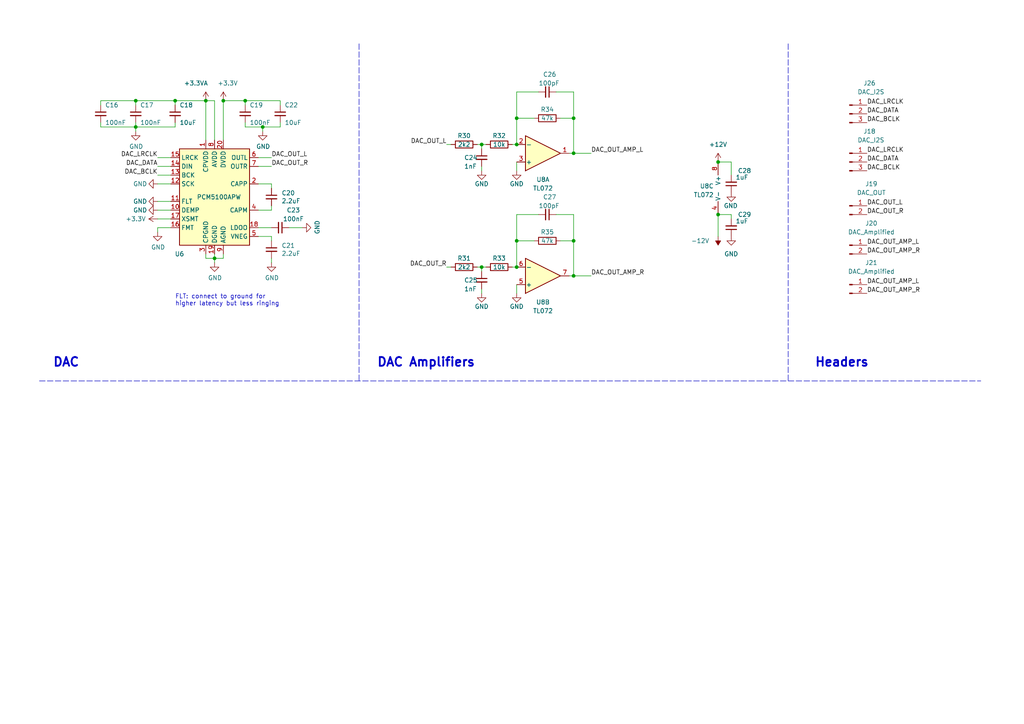
<source format=kicad_sch>
(kicad_sch (version 20230121) (generator eeschema)
  (paper "A4")
  (title_block (title "Eurorack Dev Board") (date "2023-03-28") (rev "2.0") (company "Mountjoy Modular"))
  (lib_symbols
    (symbol "Amplifier_Operational:TL072" (pin_names (offset 0.127))
      (property "Reference" "U" (at 0 5.08 0))
      (property "Value" "TL072" (at 0 -5.08 0))
      (symbol "TL072_1_1"
        (polyline (pts (xy -5.08 5.08) (xy 5.08 0) (xy -5.08 -5.08) (xy -5.08 5.08)) (stroke (width 0.254)) (fill (type background)))
        (pin output line (at 7.62 0 180) (length 2.54) (name "~") (number "1"))
        (pin input line (at -7.62 -2.54 0) (length 2.54) (name "-") (number "2"))
        (pin input line (at -7.62 2.54 0) (length 2.54) (name "+") (number "3"))
      )
      (symbol "TL072_2_1"
        (polyline (pts (xy -5.08 5.08) (xy 5.08 0) (xy -5.08 -5.08) (xy -5.08 5.08)) (stroke (width 0.254)) (fill (type background)))
        (pin input line (at -7.62 2.54 0) (length 2.54) (name "+") (number "5"))
        (pin input line (at -7.62 -2.54 0) (length 2.54) (name "-") (number "6"))
        (pin output line (at 7.62 0 180) (length 2.54) (name "~") (number "7"))
      )
      (symbol "TL072_3_1"
        (pin power_in line (at -2.54 -7.62 90) (length 3.81) (name "V-") (number "4"))
        (pin power_in line (at -2.54 7.62 270) (length 3.81) (name "V+") (number "8"))
      )
    )
    (symbol "Connector:Conn_01x02_Pin" (pin_names (offset 1.016) hide)
      (property "Reference" "J" (at 0 2.54 0))
      (property "Value" "Conn_01x02_Pin" (at 0 -5.08 0))
      (symbol "Conn_01x02_Pin_1_1"
        (polyline (pts (xy 1.27 -2.54) (xy 0.8636 -2.54)) (stroke (width 0.1524)))
        (polyline (pts (xy 1.27 0) (xy 0.8636 0)) (stroke (width 0.1524)))
        (rectangle (start 0.8636 -2.413) (end 0 -2.667) (stroke (width 0.1524)) (fill (type outline)))
        (rectangle (start 0.8636 0.127) (end 0 -0.127) (stroke (width 0.1524)) (fill (type outline)))
        (pin passive line (at 5.08 0 180) (length 3.81) (name "Pin_1") (number "1"))
        (pin passive line (at 5.08 -2.54 180) (length 3.81) (name "Pin_2") (number "2"))
      )
    )
    (symbol "Connector:Conn_01x03_Pin" (pin_names (offset 1.016) hide)
      (property "Reference" "J" (at 0 5.08 0))
      (property "Value" "Conn_01x03_Pin" (at 0 -5.08 0))
      (symbol "Conn_01x03_Pin_1_1"
        (polyline (pts (xy 1.27 -2.54) (xy 0.8636 -2.54)) (stroke (width 0.1524)))
        (polyline (pts (xy 1.27 0) (xy 0.8636 0)) (stroke (width 0.1524)))
        (polyline (pts (xy 1.27 2.54) (xy 0.8636 2.54)) (stroke (width 0.1524)))
        (rectangle (start 0.8636 -2.413) (end 0 -2.667) (stroke (width 0.1524)) (fill (type outline)))
        (rectangle (start 0.8636 0.127) (end 0 -0.127) (stroke (width 0.1524)) (fill (type outline)))
        (rectangle (start 0.8636 2.667) (end 0 2.413) (stroke (width 0.1524)) (fill (type outline)))
        (pin passive line (at 5.08 2.54 180) (length 3.81) (name "Pin_1") (number "1"))
        (pin passive line (at 5.08 0 180) (length 3.81) (name "Pin_2") (number "2"))
        (pin passive line (at 5.08 -2.54 180) (length 3.81) (name "Pin_3") (number "3"))
      )
    )
    (symbol "Device:C_Small" (pin_numbers hide) (pin_names (offset 0.254) hide)
      (property "Reference" "C" (at 0.254 1.778 0))
      (property "Value" "C_Small" (at 0.254 -2.032 0))
      (symbol "C_Small_0_1"
        (polyline (pts (xy -1.524 -0.508) (xy 1.524 -0.508)) (stroke (width 0.3302)))
        (polyline (pts (xy -1.524 0.508) (xy 1.524 0.508)) (stroke (width 0.3048)))
      )
      (symbol "C_Small_1_1"
        (pin passive line (at 0 2.54 270) (length 2.032) (name "~") (number "1"))
        (pin passive line (at 0 -2.54 90) (length 2.032) (name "~") (number "2"))
      )
    )
    (symbol "Device:R" (pin_numbers hide) (pin_names (offset 0))
      (property "Reference" "R" (at 2.032 0 90))
      (property "Value" "R" (at 0 0 90))
      (symbol "R_0_1"
        (rectangle (start -1.016 -2.54) (end 1.016 2.54) (stroke (width 0.254)))
      )
      (symbol "R_1_1"
        (pin passive line (at 0 3.81 270) (length 1.27) (name "~") (number "1"))
        (pin passive line (at 0 -3.81 90) (length 1.27) (name "~") (number "2"))
      )
    )
    (symbol "PCM5100APW:PCM5100APW"
      (property "Reference" "U" (at -10.16 13.97 0))
      (property "Value" "PCM5100APW" (at 3.81 13.97 0))
      (symbol "PCM5100APW_0_1"
        (rectangle (start -10.16 12.7) (end 10.16 -15.24) (stroke (width 0.254)) (fill (type background)))
      )
      (symbol "PCM5100APW_1_1"
        (pin passive line (at -2.54 15.24 270) (length 2.54) (name "CPVDD") (number "1"))
        (pin input line (at -12.7 -5.08 0) (length 2.54) (name "DEMP") (number "10"))
        (pin input line (at -12.7 -2.54 0) (length 2.54) (name "FLT") (number "11"))
        (pin input line (at -12.7 2.54 0) (length 2.54) (name "SCK") (number "12"))
        (pin input line (at -12.7 5.08 0) (length 2.54) (name "BCK") (number "13"))
        (pin input line (at -12.7 7.62 0) (length 2.54) (name "DIN") (number "14"))
        (pin input line (at -12.7 10.16 0) (length 2.54) (name "LRCK") (number "15"))
        (pin input line (at -12.7 -10.16 0) (length 2.54) (name "FMT") (number "16"))
        (pin input line (at -12.7 -7.62 0) (length 2.54) (name "XSMT") (number "17"))
        (pin passive line (at 12.7 -10.16 180) (length 2.54) (name "LDOO") (number "18"))
        (pin power_in line (at 0 -17.78 90) (length 2.54) (name "DGND") (number "19"))
        (pin passive line (at 12.7 2.54 180) (length 2.54) (name "CAPP") (number "2"))
        (pin power_in line (at 2.54 15.24 270) (length 2.54) (name "DVDD") (number "20"))
        (pin power_in line (at -2.54 -17.78 90) (length 2.54) (name "CPGND") (number "3"))
        (pin passive line (at 12.7 -5.08 180) (length 2.54) (name "CAPM") (number "4"))
        (pin passive line (at 12.7 -12.7 180) (length 2.54) (name "VNEG") (number "5"))
        (pin output line (at 12.7 10.16 180) (length 2.54) (name "OUTL") (number "6"))
        (pin output line (at 12.7 7.62 180) (length 2.54) (name "OUTR") (number "7"))
        (pin power_in line (at 0 15.24 270) (length 2.54) (name "AVDD") (number "8"))
        (pin power_in line (at 2.54 -17.78 90) (length 2.54) (name "AGND") (number "9"))
      )
    )
    (symbol "power:+12V" (power) (pin_names (offset 0))
      (property "Value" "+12V" (at 0 3.556 0))
      (symbol "+12V_0_1"
        (polyline (pts (xy -0.762 1.27) (xy 0 2.54)))
        (polyline (pts (xy 0 0) (xy 0 2.54)))
        (polyline (pts (xy 0 2.54) (xy 0.762 1.27)))
      )
      (symbol "+12V_1_1"
        (pin power_in line (at 0 0 90) (length 0) hide (name "+12V") (number "1"))
      )
    )
    (symbol "power:+3.3V" (power) (pin_names (offset 0))
      (property "Value" "+3.3V" (at 0 3.556 0))
      (symbol "+3.3V_0_1"
        (polyline (pts (xy -0.762 1.27) (xy 0 2.54)))
        (polyline (pts (xy 0 0) (xy 0 2.54)))
        (polyline (pts (xy 0 2.54) (xy 0.762 1.27)))
      )
      (symbol "+3.3V_1_1"
        (pin power_in line (at 0 0 90) (length 0) hide (name "+3.3V") (number "1"))
      )
    )
    (symbol "power:+3.3VA" (power) (pin_names (offset 0))
      (property "Value" "+3.3VA" (at 0 3.556 0))
      (symbol "+3.3VA_0_1"
        (polyline (pts (xy -0.762 1.27) (xy 0 2.54)))
        (polyline (pts (xy 0 0) (xy 0 2.54)))
        (polyline (pts (xy 0 2.54) (xy 0.762 1.27)))
      )
      (symbol "+3.3VA_1_1"
        (pin power_in line (at 0 0 90) (length 0) hide (name "+3.3VA") (number "1"))
      )
    )
    (symbol "power:-12V" (power) (pin_names (offset 0))
      (property "Value" "-12V" (at 0 3.81 0))
      (symbol "-12V_0_0"
        (pin power_in line (at 0 0 90) (length 0) hide (name "-12V") (number "1"))
      )
      (symbol "-12V_0_1"
        (polyline (pts (xy 0 0) (xy 0 1.27) (xy 0.762 1.27) (xy 0 2.54) (xy -0.762 1.27) (xy 0 1.27)) (fill (type outline)))
      )
    )
    (symbol "power:GND" (power) (pin_names (offset 0))
      (property "Value" "GND" (at 0 -3.81 0))
      (symbol "GND_0_1"
        (polyline (pts (xy 0 0) (xy 0 -1.27) (xy 1.27 -1.27) (xy 0 -2.54) (xy -1.27 -1.27) (xy 0 -1.27)))
      )
      (symbol "GND_1_1"
        (pin power_in line (at 0 0 270) (length 0) hide (name "GND") (number "1"))
      )
    )
  )
  (junction (at 39.37 29.21))
  (junction (at 50.8 29.21))
  (junction (at 166.37 44.45))
  (junction (at 166.37 80.01))
  (junction (at 76.2 36.83))
  (junction (at 149.86 69.85))
  (junction (at 208.28 46.99))
  (junction (at 62.23 74.93))
  (junction (at 149.86 41.91))
  (junction (at 71.12 29.21))
  (junction (at 139.7 77.47))
  (junction (at 149.86 77.47))
  (junction (at 59.69 29.21))
  (junction (at 139.7 41.91))
  (junction (at 166.37 34.29))
  (junction (at 39.37 36.83))
  (junction (at 149.86 34.29))
  (junction (at 208.28 62.23))
  (junction (at 166.37 69.85))
  (junction (at 64.77 29.21))
  (wire (pts (xy 59.69 74.93) (xy 62.23 74.93)))
  (wire (pts (xy 62.23 73.66) (xy 62.23 74.93)))
  (wire (pts (xy 161.29 26.67) (xy 166.37 26.67)))
  (wire (pts (xy 71.12 36.83) (xy 76.2 36.83)))
  (wire (pts (xy 149.86 46.99) (xy 149.86 49.53)))
  (wire (pts (xy 50.8 29.21) (xy 59.69 29.21)))
  (wire (pts (xy 64.77 29.21) (xy 64.77 40.64)))
  (wire (pts (xy 166.37 44.45) (xy 171.45 44.45)))
  (polyline (pts (xy 11.43 110.49) (xy 284.48 110.49)) (stroke (width 0) (type dash)))
  (wire (pts (xy 78.74 74.93) (xy 78.74 76.2)))
  (wire (pts (xy 166.37 69.85) (xy 162.56 69.85)))
  (wire (pts (xy 45.72 48.26) (xy 49.53 48.26)))
  (wire (pts (xy 149.86 82.55) (xy 149.86 85.09)))
  (wire (pts (xy 59.69 29.21) (xy 59.69 40.64)))
  (wire (pts (xy 139.7 77.47) (xy 140.97 77.47)))
  (wire (pts (xy 74.93 68.58) (xy 78.74 68.58)))
  (wire (pts (xy 78.74 53.34) (xy 78.74 54.61)))
  (wire (pts (xy 45.72 63.5) (xy 49.53 63.5)))
  (wire (pts (xy 139.7 41.91) (xy 140.97 41.91)))
  (polyline (pts (xy 228.6 12.7) (xy 228.6 110.49)) (stroke (width 0) (type dash)))
  (wire (pts (xy 139.7 83.82) (xy 139.7 85.09)))
  (wire (pts (xy 45.72 58.42) (xy 49.53 58.42)))
  (wire (pts (xy 59.69 73.66) (xy 59.69 74.93)))
  (wire (pts (xy 138.43 77.47) (xy 139.7 77.47)))
  (wire (pts (xy 45.72 53.34) (xy 49.53 53.34)))
  (wire (pts (xy 139.7 78.74) (xy 139.7 77.47)))
  (wire (pts (xy 64.77 73.66) (xy 64.77 74.93)))
  (wire (pts (xy 39.37 35.56) (xy 39.37 36.83)))
  (wire (pts (xy 71.12 30.48) (xy 71.12 29.21)))
  (wire (pts (xy 165.1 80.01) (xy 166.37 80.01)))
  (wire (pts (xy 208.28 46.99) (xy 212.09 46.99)))
  (wire (pts (xy 78.74 68.58) (xy 78.74 69.85)))
  (wire (pts (xy 71.12 29.21) (xy 81.28 29.21)))
  (wire (pts (xy 166.37 69.85) (xy 166.37 80.01)))
  (wire (pts (xy 39.37 30.48) (xy 39.37 29.21)))
  (wire (pts (xy 29.21 35.56) (xy 29.21 36.83)))
  (wire (pts (xy 166.37 34.29) (xy 166.37 44.45)))
  (wire (pts (xy 208.28 62.23) (xy 208.28 68.58)))
  (wire (pts (xy 149.86 69.85) (xy 149.86 77.47)))
  (wire (pts (xy 139.7 48.26) (xy 139.7 49.53)))
  (wire (pts (xy 74.93 60.96) (xy 78.74 60.96)))
  (wire (pts (xy 29.21 30.48) (xy 29.21 29.21)))
  (wire (pts (xy 39.37 36.83) (xy 50.8 36.83)))
  (wire (pts (xy 45.72 66.04) (xy 45.72 67.31)))
  (wire (pts (xy 139.7 43.18) (xy 139.7 41.91)))
  (wire (pts (xy 74.93 48.26) (xy 78.74 48.26)))
  (wire (pts (xy 29.21 29.21) (xy 39.37 29.21)))
  (wire (pts (xy 148.59 41.91) (xy 149.86 41.91)))
  (wire (pts (xy 149.86 26.67) (xy 149.86 34.29)))
  (wire (pts (xy 62.23 29.21) (xy 59.69 29.21)))
  (wire (pts (xy 154.94 69.85) (xy 149.86 69.85)))
  (wire (pts (xy 212.09 62.23) (xy 208.28 62.23)))
  (wire (pts (xy 50.8 35.56) (xy 50.8 36.83)))
  (wire (pts (xy 49.53 66.04) (xy 45.72 66.04)))
  (wire (pts (xy 166.37 26.67) (xy 166.37 34.29)))
  (wire (pts (xy 39.37 36.83) (xy 39.37 38.1)))
  (wire (pts (xy 154.94 34.29) (xy 149.86 34.29)))
  (wire (pts (xy 45.72 45.72) (xy 49.53 45.72)))
  (wire (pts (xy 156.21 26.67) (xy 149.86 26.67)))
  (wire (pts (xy 149.86 62.23) (xy 149.86 69.85)))
  (wire (pts (xy 64.77 74.93) (xy 62.23 74.93)))
  (wire (pts (xy 39.37 29.21) (xy 50.8 29.21)))
  (wire (pts (xy 74.93 66.04) (xy 78.74 66.04)))
  (wire (pts (xy 76.2 36.83) (xy 81.28 36.83)))
  (wire (pts (xy 83.82 66.04) (xy 87.63 66.04)))
  (wire (pts (xy 45.72 50.8) (xy 49.53 50.8)))
  (wire (pts (xy 74.93 53.34) (xy 78.74 53.34)))
  (wire (pts (xy 74.93 45.72) (xy 78.74 45.72)))
  (wire (pts (xy 78.74 59.69) (xy 78.74 60.96)))
  (wire (pts (xy 81.28 30.48) (xy 81.28 29.21)))
  (wire (pts (xy 62.23 29.21) (xy 62.23 40.64)))
  (wire (pts (xy 62.23 74.93) (xy 62.23 76.2)))
  (polyline (pts (xy 104.14 12.7) (xy 104.14 110.49)) (stroke (width 0) (type dash)))
  (wire (pts (xy 156.21 62.23) (xy 149.86 62.23)))
  (wire (pts (xy 64.77 29.21) (xy 71.12 29.21)))
  (wire (pts (xy 165.1 44.45) (xy 166.37 44.45)))
  (wire (pts (xy 76.2 38.1) (xy 76.2 36.83)))
  (wire (pts (xy 138.43 41.91) (xy 139.7 41.91)))
  (wire (pts (xy 129.54 77.47) (xy 130.81 77.47)))
  (wire (pts (xy 166.37 80.01) (xy 171.45 80.01)))
  (wire (pts (xy 212.09 62.23) (xy 212.09 63.5)))
  (wire (pts (xy 148.59 77.47) (xy 149.86 77.47)))
  (wire (pts (xy 71.12 35.56) (xy 71.12 36.83)))
  (wire (pts (xy 161.29 62.23) (xy 166.37 62.23)))
  (wire (pts (xy 50.8 30.48) (xy 50.8 29.21)))
  (wire (pts (xy 81.28 35.56) (xy 81.28 36.83)))
  (wire (pts (xy 45.72 60.96) (xy 49.53 60.96)))
  (wire (pts (xy 166.37 34.29) (xy 162.56 34.29)))
  (wire (pts (xy 212.09 46.99) (xy 212.09 50.8)))
  (wire (pts (xy 29.21 36.83) (xy 39.37 36.83)))
  (wire (pts (xy 166.37 62.23) (xy 166.37 69.85)))
  (wire (pts (xy 149.86 34.29) (xy 149.86 41.91)))
  (wire (pts (xy 129.54 41.91) (xy 130.81 41.91)))
  (text "Headers" (at 236.22 106.68 0) (effects (font (size 2.54 2.54) (thickness 0.508) bold) (justify left bottom)))
  (text "DAC Amplifiers" (at 109.22 106.68 0) (effects (font (size 2.54 2.54) (thickness 0.508) bold) (justify left bottom)))
  (text "DAC" (at 15.24 106.68 0) (effects (font (size 2.54 2.54) (thickness 0.508) bold) (justify left bottom)))
  (text "FLT: connect to ground for \nhigher latency but less ringing" (at 50.8 88.9 0) (effects (font (size 1.27 1.27)) (justify left bottom)))
  (label "DAC_LRCLK" (at 45.72 45.72 180))
  (label "DAC_BCLK" (at 251.46 49.53 0))
  (label "DAC_LRCLK" (at 251.46 30.48 0))
  (label "DAC_DATA" (at 251.46 33.02 0))
  (label "DAC_DATA" (at 45.72 48.26 180))
  (label "DAC_OUT_AMP_R" (at 251.46 73.66 0))
  (label "DAC_OUT_R" (at 251.46 62.23 0))
  (label "DAC_DATA" (at 251.46 46.99 0))
  (label "DAC_OUT_L" (at 129.54 41.91 180))
  (label "DAC_OUT_L" (at 251.46 59.69 0))
  (label "DAC_OUT_R" (at 78.74 48.26 0))
  (label "DAC_OUT_R" (at 129.54 77.47 180))
  (label "DAC_OUT_AMP_R" (at 251.46 85.09 0))
  (label "DAC_BCLK" (at 251.46 35.56 0))
  (label "DAC_OUT_AMP_L" (at 251.46 71.12 0))
  (label "DAC_BCLK" (at 45.72 50.8 180))
  (label "DAC_OUT_AMP_L" (at 251.46 82.55 0))
  (label "DAC_OUT_L" (at 78.74 45.72 0))
  (label "DAC_OUT_AMP_L" (at 171.45 44.45 0))
  (label "DAC_LRCLK" (at 251.46 44.45 0))
  (label "DAC_OUT_AMP_R" (at 171.45 80.01 0))
  (symbol (lib_id "Device:C_Small") (at 78.74 57.15 0) (unit 1)
    (property "Reference" "C20" (at 81.661 55.9816 0) (effects (justify left)))
    (property "Value" "2.2uF" (at 81.661 58.293 0) (effects (justify left)))
    (property "Footprint" "Capacitor_SMD:C_0805_2012Metric" (effects hide))
    (property "Part_Number" "C23630" (effects hide))
  )
  (symbol (lib_id "Device:C_Small") (at 29.21 33.02 0) (unit 1)
    (property "Reference" "C16" (at 30.48 30.48 0) (effects (justify left)))
    (property "Value" "100nF" (at 30.48 35.56 0) (effects (justify left)))
    (property "Footprint" "Capacitor_SMD:C_0805_2012Metric" (effects hide))
    (property "Part_Number" "C14663" (effects hide))
  )
  (symbol (lib_id "Connector:Conn_01x03_Pin") (at 246.38 33.02 0) (unit 1)
    (property "Reference" "J26" (at 254 24.13 0) (effects (justify right)))
    (property "Value" "DAC_I2S" (at 256.54 26.67 0) (effects (justify right)))
    (property "Footprint" "Connector_PinSocket_2.54mm:PinSocket_1x03_P2.54mm_Vertical" (effects hide))
  )
  (symbol (lib_id "Amplifier_Operational:TL072") (at 157.48 80.01 0) (mirror x) (unit 2)
    (property "Reference" "U8" (at 157.48 87.63 0))
    (property "Value" "TL072" (at 157.48 90.17 0))
    (property "Footprint" "Package_SO:SOIC-8_3.9x4.9mm_P1.27mm" (effects hide))
    (property "Datasheet" "http://www.ti.com/lit/ds/symlink/tl071.pdf" (effects hide))
    (property "Part_Number" "C6961" (effects hide))
    (property "Rotation" "180" (effects hide))
  )
  (symbol (lib_id "power:+3.3VA") (at 59.69 29.21 0) (unit 1)
    (property "Reference" "#PWR061" (effects hide))
    (property "Value" "+3.3VA" (at 53.34 24.13 0) (effects (justify left)))
  )
  (symbol (lib_id "Amplifier_Operational:TL072") (at 205.74 54.61 0) (mirror y) (unit 3)
    (property "Reference" "U8" (at 207.01 53.975 0) (effects (justify left)))
    (property "Value" "TL072" (at 207.01 56.515 0) (effects (justify left)))
    (property "Footprint" "Package_SO:SOIC-8_3.9x4.9mm_P1.27mm" (effects hide))
    (property "Datasheet" "http://www.ti.com/lit/ds/symlink/tl071.pdf" (effects hide))
    (property "Part_Number" "C6961" (effects hide))
    (property "Rotation" "180" (effects hide))
  )
  (symbol (lib_id "Device:C_Small") (at 50.8 33.02 0) (unit 1)
    (property "Reference" "C18" (at 52.07 30.48 0) (effects (justify left)))
    (property "Value" "10uF" (at 52.07 35.56 0) (effects (justify left)))
    (property "Footprint" "Capacitor_SMD:C_0805_2012Metric" (effects hide))
    (property "Part_Number" "C15850 " (effects hide))
  )
  (symbol (lib_id "power:-12V") (at 208.28 68.58 180) (unit 1)
    (property "Reference" "#PWR070" (effects hide))
    (property "Value" "-12V" (at 205.74 69.8499 0) (effects (justify left)))
  )
  (symbol (lib_id "Connector:Conn_01x02_Pin") (at 246.38 71.12 0) (unit 1)
    (property "Reference" "J20" (at 252.73 64.77 0))
    (property "Value" "DAC_Amplified" (at 252.73 67.31 0))
    (property "Footprint" "Connector_PinSocket_2.54mm:PinSocket_1x02_P2.54mm_Vertical" (effects hide))
  )
  (symbol (lib_id "PCM5100APW:PCM5100APW") (at 62.23 55.88 0) (unit 1)
    (property "Reference" "U6" (at 52.07 73.66 0))
    (property "Value" "PCM5100APW" (at 63.5 57.15 0))
    (property "Footprint" "Package_SO:TSSOP-20_4.4x6.5mm_P0.65mm" (effects hide))
    (property "Datasheet" "http://www.ti.com/lit/ds/symlink/pcm5100.pdf" (effects hide))
    (property "Part_Number" "C131154" (effects hide))
    (property "Rotation" "180" (effects hide))
  )
  (symbol (lib_id "Device:R") (at 158.75 34.29 270) (unit 1)
    (property "Reference" "R34" (at 158.75 31.75 90))
    (property "Value" "47k" (at 158.75 34.29 90))
    (property "Footprint" "Resistor_SMD:R_0805_2012Metric" (effects hide))
    (property "Part_Number" "C25819" (effects hide))
  )
  (symbol (lib_id "Device:C_Small") (at 212.09 53.34 180) (unit 1)
    (property "Reference" "C28" (at 213.995 49.53 0) (effects (justify right)))
    (property "Value" "1uF" (at 213.36 51.435 0) (effects (justify right)))
    (property "Footprint" "Capacitor_SMD:C_0805_2012Metric" (effects hide))
  )
  (symbol (lib_id "power:GND") (at 149.86 49.53 0) (unit 1)
    (property "Reference" "#PWR059" (effects hide))
    (property "Value" "GND" (at 149.86 53.34 0))
  )
  (symbol (lib_id "power:GND") (at 139.7 49.53 0) (unit 1)
    (property "Reference" "#PWR052" (effects hide))
    (property "Value" "GND" (at 139.7 53.34 0))
  )
  (symbol (lib_id "power:GND") (at 39.37 38.1 0) (unit 1)
    (property "Reference" "#PWR024" (effects hide))
    (property "Value" "GND" (at 39.497 42.4942 0))
  )
  (symbol (lib_id "power:+12V") (at 208.28 46.99 0) (unit 1)
    (property "Reference" "#PWR067" (effects hide))
    (property "Value" "+12V" (at 208.28 41.91 0))
  )
  (symbol (lib_id "power:+3.3V") (at 45.72 63.5 90) (unit 1)
    (property "Reference" "#PWR057" (effects hide))
    (property "Value" "+3.3V" (at 39.37 63.5 90))
  )
  (symbol (lib_id "Device:C_Small") (at 39.37 33.02 0) (unit 1)
    (property "Reference" "C17" (at 40.64 30.48 0) (effects (justify left)))
    (property "Value" "100nF" (at 40.64 35.56 0) (effects (justify left)))
    (property "Footprint" "Capacitor_SMD:C_0805_2012Metric" (effects hide))
    (property "Part_Number" "C14663" (effects hide))
  )
  (symbol (lib_id "power:GND") (at 76.2 38.1 0) (unit 1)
    (property "Reference" "#PWR064" (effects hide))
    (property "Value" "GND" (at 76.327 42.4942 0))
  )
  (symbol (lib_id "Connector:Conn_01x02_Pin") (at 246.38 82.55 0) (unit 1)
    (property "Reference" "J21" (at 252.73 76.2 0))
    (property "Value" "DAC_Amplified" (at 252.73 78.74 0))
    (property "Footprint" "Connector_PinHeader_2.54mm:PinHeader_1x02_P2.54mm_Vertical" (effects hide))
  )
  (symbol (lib_id "Device:C_Small") (at 78.74 72.39 0) (unit 1)
    (property "Reference" "C21" (at 81.661 71.2216 0) (effects (justify left)))
    (property "Value" "2.2uF" (at 81.661 73.533 0) (effects (justify left)))
    (property "Footprint" "Capacitor_SMD:C_0805_2012Metric" (effects hide))
    (property "Part_Number" "C23630" (effects hide))
  )
  (symbol (lib_id "power:GND") (at 149.86 85.09 0) (unit 1)
    (property "Reference" "#PWR060" (effects hide))
    (property "Value" "GND" (at 149.86 88.9 0))
  )
  (symbol (lib_id "Device:R") (at 144.78 41.91 270) (unit 1)
    (property "Reference" "R32" (at 144.78 39.37 90))
    (property "Value" "10k" (at 144.78 41.91 90))
    (property "Footprint" "Resistor_SMD:R_0805_2012Metric" (effects hide))
    (property "Part_Number" "C25804" (effects hide))
  )
  (symbol (lib_id "power:GND") (at 139.7 85.09 0) (unit 1)
    (property "Reference" "#PWR053" (effects hide))
    (property "Value" "GND" (at 139.7 88.9 0))
  )
  (symbol (lib_id "Device:C_Small") (at 158.75 26.67 270) (unit 1)
    (property "Reference" "C26" (at 157.48 21.59 90) (effects (justify left)))
    (property "Value" "100pF" (at 156.21 24.13 90) (effects (justify left)))
    (property "Footprint" "Capacitor_SMD:C_0805_2012Metric" (effects hide))
    (property "Part_Number" "C14858" (effects hide))
  )
  (symbol (lib_id "Device:C_Small") (at 71.12 33.02 0) (unit 1)
    (property "Reference" "C19" (at 72.39 30.48 0) (effects (justify left)))
    (property "Value" "100nF" (at 72.39 35.56 0) (effects (justify left)))
    (property "Footprint" "Capacitor_SMD:C_0805_2012Metric" (effects hide))
    (property "Part_Number" "C14663" (effects hide))
  )
  (symbol (lib_id "power:GND") (at 45.72 53.34 270) (unit 1)
    (property "Reference" "#PWR054" (effects hide))
    (property "Value" "GND" (at 40.64 53.34 90))
  )
  (symbol (lib_id "Device:C_Small") (at 81.28 33.02 0) (unit 1)
    (property "Reference" "C22" (at 82.55 30.48 0) (effects (justify left)))
    (property "Value" "10uF" (at 82.55 35.56 0) (effects (justify left)))
    (property "Footprint" "Capacitor_SMD:C_0805_2012Metric" (effects hide))
    (property "Part_Number" "C15850 " (effects hide))
  )
  (symbol (lib_id "Device:C_Small") (at 139.7 81.28 0) (unit 1)
    (property "Reference" "C25" (at 134.62 81.28 0) (effects (justify left)))
    (property "Value" "1nF" (at 134.62 83.82 0) (effects (justify left)))
    (property "Footprint" "Capacitor_SMD:C_0805_2012Metric" (effects hide))
    (property "Part_Number" "C1588" (effects hide))
  )
  (symbol (lib_id "Device:R") (at 144.78 77.47 270) (unit 1)
    (property "Reference" "R33" (at 144.78 74.93 90))
    (property "Value" "10k" (at 144.78 77.47 90))
    (property "Footprint" "Resistor_SMD:R_0805_2012Metric" (effects hide))
    (property "Part_Number" "C25804" (effects hide))
  )
  (symbol (lib_id "Device:R") (at 158.75 69.85 270) (unit 1)
    (property "Reference" "R35" (at 158.75 67.31 90))
    (property "Value" "47k" (at 158.75 69.85 90))
    (property "Footprint" "Resistor_SMD:R_0805_2012Metric" (effects hide))
    (property "Part_Number" "C25819" (effects hide))
  )
  (symbol (lib_id "power:GND") (at 212.09 68.58 0) (unit 1)
    (property "Reference" "#PWR072" (effects hide))
    (property "Value" "GND" (at 212.09 73.66 0))
  )
  (symbol (lib_id "Device:C_Small") (at 212.09 66.04 180) (unit 1)
    (property "Reference" "C29" (at 213.995 62.23 0) (effects (justify right)))
    (property "Value" "1uF" (at 213.36 64.135 0) (effects (justify right)))
    (property "Footprint" "Capacitor_SMD:C_0805_2012Metric" (effects hide))
  )
  (symbol (lib_id "Connector:Conn_01x03_Pin") (at 246.38 46.99 0) (unit 1)
    (property "Reference" "J18" (at 254 38.1 0) (effects (justify right)))
    (property "Value" "DAC_I2S" (at 256.54 40.64 0) (effects (justify right)))
    (property "Footprint" "Connector_PinHeader_2.54mm:PinHeader_1x03_P2.54mm_Vertical" (effects hide))
  )
  (symbol (lib_id "Device:C_Small") (at 139.7 45.72 0) (unit 1)
    (property "Reference" "C24" (at 134.62 45.72 0) (effects (justify left)))
    (property "Value" "1nF" (at 134.62 48.26 0) (effects (justify left)))
    (property "Footprint" "Capacitor_SMD:C_0805_2012Metric" (effects hide))
    (property "Part_Number" "C1588" (effects hide))
  )
  (symbol (lib_id "Amplifier_Operational:TL072") (at 157.48 44.45 0) (mirror x) (unit 1)
    (property "Reference" "U8" (at 157.48 52.07 0))
    (property "Value" "TL072" (at 157.48 54.61 0))
    (property "Footprint" "Package_SO:SOIC-8_3.9x4.9mm_P1.27mm" (effects hide))
    (property "Datasheet" "http://www.ti.com/lit/ds/symlink/tl071.pdf" (effects hide))
    (property "Part_Number" "C6961" (effects hide))
    (property "Rotation" "180" (effects hide))
  )
  (symbol (lib_id "power:GND") (at 45.72 58.42 270) (unit 1)
    (property "Reference" "#PWR055" (effects hide))
    (property "Value" "GND" (at 40.64 58.42 90))
  )
  (symbol (lib_id "power:GND") (at 78.74 76.2 0) (unit 1)
    (property "Reference" "#PWR065" (effects hide))
    (property "Value" "GND" (at 78.867 80.5942 0))
  )
  (symbol (lib_id "Device:R") (at 134.62 41.91 270) (unit 1)
    (property "Reference" "R30" (at 134.62 39.37 90))
    (property "Value" "2k2" (at 134.62 41.91 90))
    (property "Footprint" "Resistor_SMD:R_0805_2012Metric" (effects hide))
    (property "Part_Number" "C4190" (effects hide))
  )
  (symbol (lib_id "power:+3.3V") (at 64.77 29.21 0) (unit 1)
    (property "Reference" "#PWR063" (effects hide))
    (property "Value" "+3.3V" (at 66.04 24.13 0))
  )
  (symbol (lib_id "power:GND") (at 45.72 60.96 270) (unit 1)
    (property "Reference" "#PWR056" (effects hide))
    (property "Value" "GND" (at 40.64 60.96 90))
  )
  (symbol (lib_id "power:GND") (at 212.09 55.88 0) (unit 1)
    (property "Reference" "#PWR071" (effects hide))
    (property "Value" "GND" (at 213.995 59.69 0) (effects (justify right)))
  )
  (symbol (lib_id "power:GND") (at 87.63 66.04 90) (unit 1)
    (property "Reference" "#PWR066" (effects hide))
    (property "Value" "GND" (at 92.0242 65.913 0))
  )
  (symbol (lib_id "power:GND") (at 62.23 76.2 0) (unit 1)
    (property "Reference" "#PWR062" (effects hide))
    (property "Value" "GND" (at 62.357 80.5942 0))
  )
  (symbol (lib_id "Device:C_Small") (at 158.75 62.23 270) (unit 1)
    (property "Reference" "C27" (at 157.48 57.15 90) (effects (justify left)))
    (property "Value" "100pF" (at 156.21 59.69 90) (effects (justify left)))
    (property "Footprint" "Capacitor_SMD:C_0805_2012Metric" (effects hide))
    (property "Part_Number" "C14858" (effects hide))
  )
  (symbol (lib_id "Device:C_Small") (at 81.28 66.04 270) (unit 1)
    (property "Reference" "C23" (at 85.09 60.96 90))
    (property "Value" "100nF" (at 85.09 63.5 90))
    (property "Footprint" "Capacitor_SMD:C_0805_2012Metric" (effects hide))
    (property "Part_Number" "C14663" (effects hide))
  )
  (symbol (lib_id "Connector:Conn_01x02_Pin") (at 246.38 59.69 0) (unit 1)
    (property "Reference" "J19" (at 252.73 53.34 0))
    (property "Value" "DAC_OUT" (at 252.73 55.88 0))
    (property "Footprint" "Connector_PinHeader_2.54mm:PinHeader_1x02_P2.54mm_Vertical" (effects hide))
  )
  (symbol (lib_id "Device:R") (at 134.62 77.47 270) (unit 1)
    (property "Reference" "R31" (at 134.62 74.93 90))
    (property "Value" "2k2" (at 134.62 77.47 90))
    (property "Footprint" "Resistor_SMD:R_0805_2012Metric" (effects hide))
    (property "Part_Number" "C4190" (effects hide))
  )
  (symbol (lib_id "power:GND") (at 45.72 67.31 0) (unit 1)
    (property "Reference" "#PWR058" (effects hide))
    (property "Value" "GND" (at 45.847 71.7042 0))
  )
)
</source>
